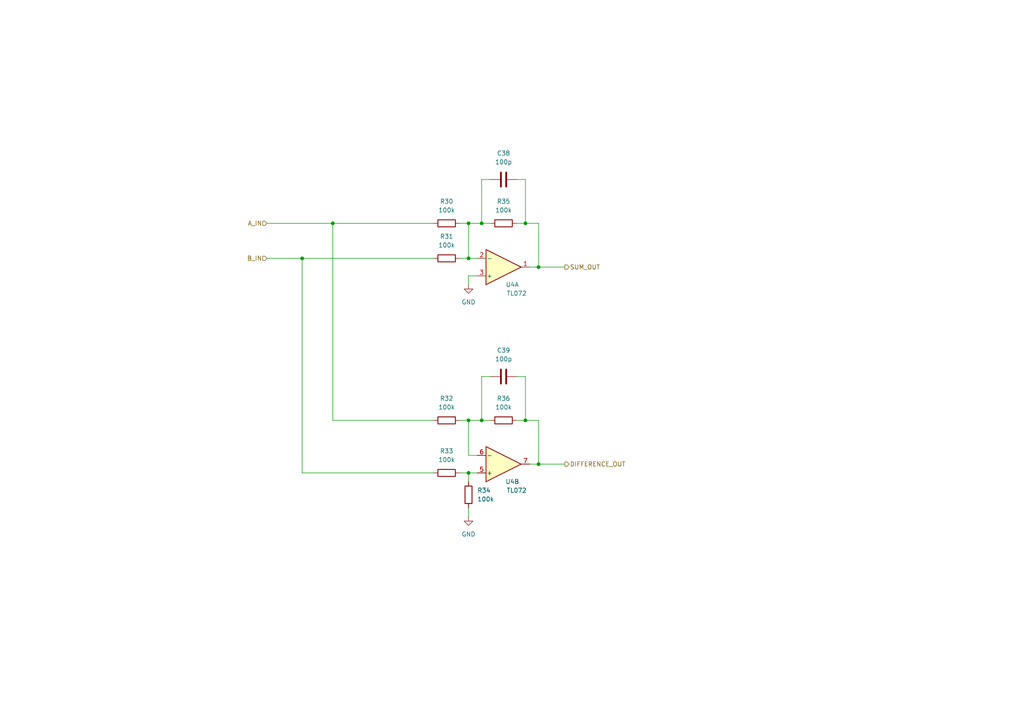
<source format=kicad_sch>
(kicad_sch (version 20211123) (generator eeschema)
  (paper "A4")
  (title_block (title "M.S.M. Stereo Lowpass Filter Pedal") (date "2022-05-20") (rev "0") (comment 2 "creativecommons.org/licenses/by/4.0") (comment 3 "License: CC by 4.0") (comment 4 "Author: Jordan Aceto"))
  (lib_symbols
    (symbol "Amplifier_Operational:TL072" (pin_names (offset 0.127))
      (property "Reference" "U" (at 0 5.08 0))
      (property "Value" "TL072" (at 0 -5.08 0))
      (symbol "TL072_1_1"
        (polyline (pts (xy -5.08 5.08) (xy 5.08 0) (xy -5.08 -5.08) (xy -5.08 5.08)) (stroke (width 0.254)) (fill (type background)))
        (pin output line (at 7.62 0 180) (length 2.54) (name "~") (number "1"))
        (pin input line (at -7.62 -2.54 0) (length 2.54) (name "-") (number "2"))
        (pin input line (at -7.62 2.54 0) (length 2.54) (name "+") (number "3"))
      )
      (symbol "TL072_2_1"
        (polyline (pts (xy -5.08 5.08) (xy 5.08 0) (xy -5.08 -5.08) (xy -5.08 5.08)) (stroke (width 0.254)) (fill (type background)))
        (pin input line (at -7.62 2.54 0) (length 2.54) (name "+") (number "5"))
        (pin input line (at -7.62 -2.54 0) (length 2.54) (name "-") (number "6"))
        (pin output line (at 7.62 0 180) (length 2.54) (name "~") (number "7"))
      )
      (symbol "TL072_3_1"
        (pin power_in line (at -2.54 -7.62 90) (length 3.81) (name "V-") (number "4"))
        (pin power_in line (at -2.54 7.62 270) (length 3.81) (name "V+") (number "8"))
      )
    )
    (symbol "Device:C" (pin_numbers hide) (pin_names (offset 0.254))
      (property "Reference" "C" (at 0.635 2.54 0))
      (property "Value" "C" (at 0.635 -2.54 0))
      (symbol "C_0_1"
        (polyline (pts (xy -2.032 -0.762) (xy 2.032 -0.762)) (stroke (width 0.508)))
        (polyline (pts (xy -2.032 0.762) (xy 2.032 0.762)) (stroke (width 0.508)))
      )
      (symbol "C_1_1"
        (pin passive line (at 0 3.81 270) (length 2.794) (name "~") (number "1"))
        (pin passive line (at 0 -3.81 90) (length 2.794) (name "~") (number "2"))
      )
    )
    (symbol "Device:R" (pin_numbers hide) (pin_names (offset 0))
      (property "Reference" "R" (at 2.032 0 90))
      (property "Value" "R" (at 0 0 90))
      (symbol "R_0_1"
        (rectangle (start -1.016 -2.54) (end 1.016 2.54) (stroke (width 0.254)))
      )
      (symbol "R_1_1"
        (pin passive line (at 0 3.81 270) (length 1.27) (name "~") (number "1"))
        (pin passive line (at 0 -3.81 90) (length 1.27) (name "~") (number "2"))
      )
    )
    (symbol "power:GND" (power) (pin_names (offset 0))
      (property "Value" "GND" (at 0 -3.81 0))
      (symbol "GND_0_1"
        (polyline (pts (xy 0 0) (xy 0 -1.27) (xy 1.27 -1.27) (xy 0 -2.54) (xy -1.27 -1.27) (xy 0 -1.27)))
      )
      (symbol "GND_1_1"
        (pin power_in line (at 0 0 270) (length 0) hide (name "GND") (number "1"))
      )
    )
  )
  (junction (at 135.89 74.93))
  (junction (at 139.7 64.77))
  (junction (at 156.21 134.62))
  (junction (at 139.7 121.92))
  (junction (at 135.89 121.92))
  (junction (at 87.63 74.93))
  (junction (at 135.89 64.77))
  (junction (at 96.52 64.77))
  (junction (at 135.89 137.16))
  (junction (at 152.4 64.77))
  (junction (at 152.4 121.92))
  (junction (at 156.21 77.47))
  (wire (pts (xy 96.52 64.77) (xy 96.52 121.92)))
  (wire (pts (xy 142.24 109.22) (xy 139.7 109.22)))
  (wire (pts (xy 133.35 74.93) (xy 135.89 74.93)))
  (wire (pts (xy 135.89 121.92) (xy 139.7 121.92)))
  (wire (pts (xy 149.86 109.22) (xy 152.4 109.22)))
  (wire (pts (xy 152.4 121.92) (xy 149.86 121.92)))
  (wire (pts (xy 87.63 74.93) (xy 87.63 137.16)))
  (wire (pts (xy 139.7 109.22) (xy 139.7 121.92)))
  (wire (pts (xy 96.52 64.77) (xy 125.73 64.77)))
  (wire (pts (xy 142.24 52.07) (xy 139.7 52.07)))
  (wire (pts (xy 135.89 64.77) (xy 139.7 64.77)))
  (wire (pts (xy 135.89 82.55) (xy 135.89 80.01)))
  (wire (pts (xy 135.89 80.01) (xy 138.43 80.01)))
  (wire (pts (xy 139.7 52.07) (xy 139.7 64.77)))
  (wire (pts (xy 152.4 64.77) (xy 149.86 64.77)))
  (wire (pts (xy 133.35 64.77) (xy 135.89 64.77)))
  (wire (pts (xy 156.21 134.62) (xy 163.83 134.62)))
  (wire (pts (xy 138.43 74.93) (xy 135.89 74.93)))
  (wire (pts (xy 156.21 77.47) (xy 163.83 77.47)))
  (wire (pts (xy 152.4 109.22) (xy 152.4 121.92)))
  (wire (pts (xy 96.52 121.92) (xy 125.73 121.92)))
  (wire (pts (xy 135.89 149.86) (xy 135.89 147.32)))
  (wire (pts (xy 139.7 64.77) (xy 142.24 64.77)))
  (wire (pts (xy 135.89 137.16) (xy 135.89 139.7)))
  (wire (pts (xy 156.21 121.92) (xy 152.4 121.92)))
  (wire (pts (xy 156.21 64.77) (xy 152.4 64.77)))
  (wire (pts (xy 139.7 121.92) (xy 142.24 121.92)))
  (wire (pts (xy 77.47 74.93) (xy 87.63 74.93)))
  (wire (pts (xy 149.86 52.07) (xy 152.4 52.07)))
  (wire (pts (xy 138.43 132.08) (xy 135.89 132.08)))
  (wire (pts (xy 135.89 137.16) (xy 138.43 137.16)))
  (wire (pts (xy 153.67 134.62) (xy 156.21 134.62)))
  (wire (pts (xy 135.89 132.08) (xy 135.89 121.92)))
  (wire (pts (xy 87.63 137.16) (xy 125.73 137.16)))
  (wire (pts (xy 135.89 74.93) (xy 135.89 64.77)))
  (wire (pts (xy 87.63 74.93) (xy 125.73 74.93)))
  (wire (pts (xy 156.21 77.47) (xy 156.21 64.77)))
  (wire (pts (xy 153.67 77.47) (xy 156.21 77.47)))
  (wire (pts (xy 152.4 52.07) (xy 152.4 64.77)))
  (wire (pts (xy 133.35 121.92) (xy 135.89 121.92)))
  (wire (pts (xy 156.21 134.62) (xy 156.21 121.92)))
  (wire (pts (xy 77.47 64.77) (xy 96.52 64.77)))
  (wire (pts (xy 133.35 137.16) (xy 135.89 137.16)))
  (hierarchical_label "DIFFERENCE_OUT" (shape output) (at 163.83 134.62 0))
  (hierarchical_label "B_IN" (shape input) (at 77.47 74.93 180))
  (hierarchical_label "A_IN" (shape input) (at 77.47 64.77 180))
  (hierarchical_label "SUM_OUT" (shape output) (at 163.83 77.47 0))
  (symbol (lib_id "Device:R") (at 135.89 143.51 0) (unit 1)
    (property "Reference" "R34" (at 138.43 142.2399 0) (effects (justify left)))
    (property "Value" "100k" (at 138.43 144.7799 0) (effects (justify left)))
    (property "Footprint" "Resistor_SMD:R_0805_2012Metric" (effects hide))
  )
  (symbol (lib_id "Device:R") (at 146.05 64.77 90) (unit 1)
    (property "Reference" "R35" (at 146.05 58.42 90))
    (property "Value" "100k" (at 146.05 60.96 90))
    (property "Footprint" "Resistor_SMD:R_0805_2012Metric" (effects hide))
  )
  (symbol (lib_id "Device:R") (at 129.54 74.93 90) (unit 1)
    (property "Reference" "R31" (at 129.54 68.58 90))
    (property "Value" "100k" (at 129.54 71.12 90))
    (property "Footprint" "Resistor_SMD:R_0805_2012Metric" (effects hide))
  )
  (symbol (lib_id "Device:R") (at 129.54 121.92 90) (unit 1)
    (property "Reference" "R32" (at 129.54 115.57 90))
    (property "Value" "100k" (at 129.54 118.11 90))
    (property "Footprint" "Resistor_SMD:R_0805_2012Metric" (effects hide))
  )
  (symbol (lib_id "Device:R") (at 129.54 64.77 90) (unit 1)
    (property "Reference" "R30" (at 129.54 58.42 90))
    (property "Value" "100k" (at 129.54 60.96 90))
    (property "Footprint" "Resistor_SMD:R_0805_2012Metric" (effects hide))
  )
  (symbol (lib_id "Amplifier_Operational:TL072") (at 146.05 134.62 0) (mirror x) (unit 2)
    (property "Reference" "U4" (at 148.59 139.7 0))
    (property "Value" "TL072" (at 149.86 142.24 0))
    (property "Footprint" "Package_SO:SOIC-8_3.9x4.9mm_P1.27mm" (effects hide))
    (property "Datasheet" "http://www.ti.com/lit/ds/symlink/tl071.pdf" (effects hide))
  )
  (symbol (lib_id "power:GND") (at 135.89 149.86 0) (unit 1)
    (property "Reference" "#PWR018" (effects hide))
    (property "Value" "GND" (at 135.89 154.94 0))
  )
  (symbol (lib_id "Device:R") (at 129.54 137.16 90) (unit 1)
    (property "Reference" "R33" (at 129.54 130.81 90))
    (property "Value" "100k" (at 129.54 133.35 90))
    (property "Footprint" "Resistor_SMD:R_0805_2012Metric" (effects hide))
  )
  (symbol (lib_id "Device:C") (at 146.05 109.22 90) (unit 1)
    (property "Reference" "C39" (at 146.05 101.6 90))
    (property "Value" "100p" (at 146.05 104.14 90))
    (property "Footprint" "Capacitor_SMD:C_0805_2012Metric" (effects hide))
  )
  (symbol (lib_id "Device:C") (at 146.05 52.07 90) (unit 1)
    (property "Reference" "C38" (at 146.05 44.45 90))
    (property "Value" "100p" (at 146.05 46.99 90))
    (property "Footprint" "Capacitor_SMD:C_0805_2012Metric" (effects hide))
  )
  (symbol (lib_id "power:GND") (at 135.89 82.55 0) (unit 1)
    (property "Reference" "#PWR0138" (effects hide))
    (property "Value" "GND" (at 135.89 87.63 0))
  )
  (symbol (lib_id "Device:R") (at 146.05 121.92 90) (unit 1)
    (property "Reference" "R36" (at 146.05 115.57 90))
    (property "Value" "100k" (at 146.05 118.11 90))
    (property "Footprint" "Resistor_SMD:R_0805_2012Metric" (effects hide))
  )
  (symbol (lib_id "Amplifier_Operational:TL072") (at 146.05 77.47 0) (mirror x) (unit 1)
    (property "Reference" "U4" (at 148.59 82.55 0))
    (property "Value" "TL072" (at 149.86 85.09 0))
    (property "Footprint" "Package_SO:SOIC-8_3.9x4.9mm_P1.27mm" (effects hide))
    (property "Datasheet" "http://www.ti.com/lit/ds/symlink/tl071.pdf" (effects hide))
  )
)
</source>
